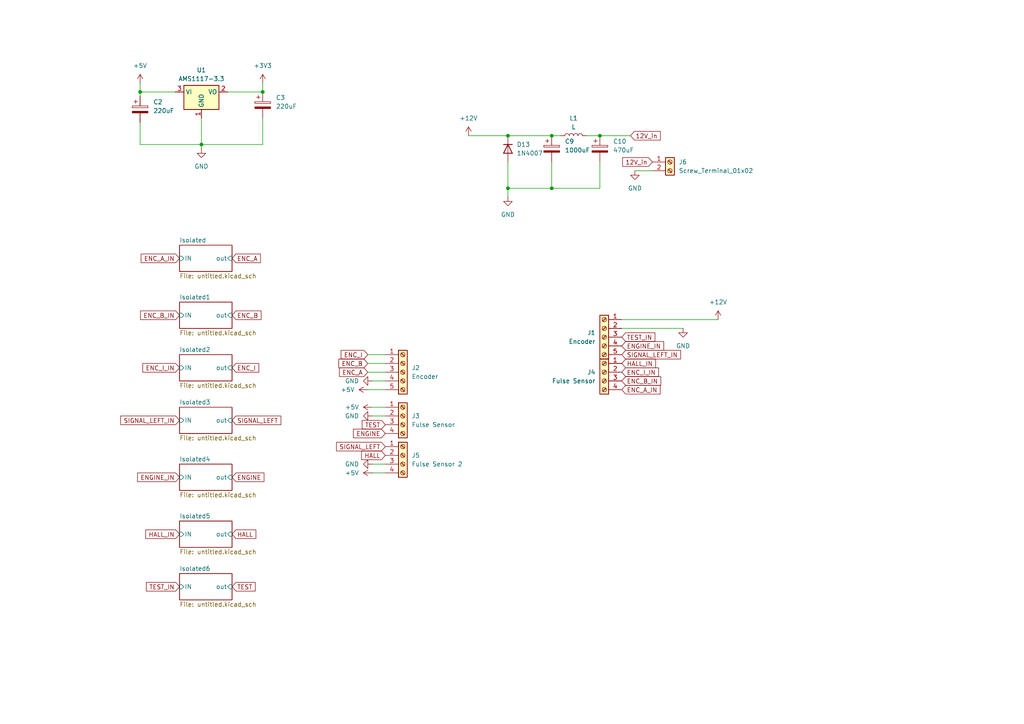
<source format=kicad_sch>
(kicad_sch (version 20250114) (generator "eeschema") (generator_version "9.0")
  (paper "A4")
  (lib_symbols
    (symbol "Connector:Screw_Terminal_01x02" (pin_names (offset 1.016) (hide yes))
      (property "Reference" "J" (at 0 2.54 0))
      (property "Value" "Screw_Terminal_01x02" (at 0 -5.08 0))
      (symbol "Screw_Terminal_01x02_1_1"
        (rectangle (start -1.27 1.27) (end 1.27 -3.81) (stroke (width 0.254)) (fill (type background)))
        (polyline (pts (xy -0.5334 0.3302) (xy 0.3302 -0.508)) (stroke (width 0.1524)))
        (polyline (pts (xy -0.5334 -2.2098) (xy 0.3302 -3.048)) (stroke (width 0.1524)))
        (polyline (pts (xy -0.3556 0.508) (xy 0.508 -0.3302)) (stroke (width 0.1524)))
        (polyline (pts (xy -0.3556 -2.032) (xy 0.508 -2.8702)) (stroke (width 0.1524)))
        (circle (center 0 0) (radius 0.635) (stroke (width 0.1524)))
        (circle (center 0 -2.54) (radius 0.635) (stroke (width 0.1524)))
        (pin passive line (at -5.08 0 0) (length 3.81) (name "Pin_1") (number "1"))
        (pin passive line (at -5.08 -2.54 0) (length 3.81) (name "Pin_2") (number "2"))
      )
    )
    (symbol "Connector:Screw_Terminal_01x04" (pin_names (offset 1.016) (hide yes))
      (property "Reference" "J" (at 0 5.08 0))
      (property "Value" "Screw_Terminal_01x04" (at 0 -7.62 0))
      (symbol "Screw_Terminal_01x04_1_1"
        (rectangle (start -1.27 3.81) (end 1.27 -6.35) (stroke (width 0.254)) (fill (type background)))
        (polyline (pts (xy -0.5334 2.8702) (xy 0.3302 2.032)) (stroke (width 0.1524)))
        (polyline (pts (xy -0.5334 0.3302) (xy 0.3302 -0.508)) (stroke (width 0.1524)))
        (polyline (pts (xy -0.5334 -2.2098) (xy 0.3302 -3.048)) (stroke (width 0.1524)))
        (polyline (pts (xy -0.5334 -4.7498) (xy 0.3302 -5.588)) (stroke (width 0.1524)))
        (polyline (pts (xy -0.3556 3.048) (xy 0.508 2.2098)) (stroke (width 0.1524)))
        (polyline (pts (xy -0.3556 0.508) (xy 0.508 -0.3302)) (stroke (width 0.1524)))
        (polyline (pts (xy -0.3556 -2.032) (xy 0.508 -2.8702)) (stroke (width 0.1524)))
        (polyline (pts (xy -0.3556 -4.572) (xy 0.508 -5.4102)) (stroke (width 0.1524)))
        (circle (center 0 2.54) (radius 0.635) (stroke (width 0.1524)))
        (circle (center 0 0) (radius 0.635) (stroke (width 0.1524)))
        (circle (center 0 -2.54) (radius 0.635) (stroke (width 0.1524)))
        (circle (center 0 -5.08) (radius 0.635) (stroke (width 0.1524)))
        (pin passive line (at -5.08 2.54 0) (length 3.81) (name "Pin_1") (number "1"))
        (pin passive line (at -5.08 0 0) (length 3.81) (name "Pin_2") (number "2"))
        (pin passive line (at -5.08 -2.54 0) (length 3.81) (name "Pin_3") (number "3"))
        (pin passive line (at -5.08 -5.08 0) (length 3.81) (name "Pin_4") (number "4"))
      )
    )
    (symbol "Connector:Screw_Terminal_01x05" (pin_names (offset 1.016) (hide yes))
      (property "Reference" "J" (at 0 7.62 0))
      (property "Value" "Screw_Terminal_01x05" (at 0 -7.62 0))
      (symbol "Screw_Terminal_01x05_1_1"
        (rectangle (start -1.27 6.35) (end 1.27 -6.35) (stroke (width 0.254)) (fill (type background)))
        (polyline (pts (xy -0.5334 5.4102) (xy 0.3302 4.572)) (stroke (width 0.1524)))
        (polyline (pts (xy -0.5334 2.8702) (xy 0.3302 2.032)) (stroke (width 0.1524)))
        (polyline (pts (xy -0.5334 0.3302) (xy 0.3302 -0.508)) (stroke (width 0.1524)))
        (polyline (pts (xy -0.5334 -2.2098) (xy 0.3302 -3.048)) (stroke (width 0.1524)))
        (polyline (pts (xy -0.5334 -4.7498) (xy 0.3302 -5.588)) (stroke (width 0.1524)))
        (polyline (pts (xy -0.3556 5.588) (xy 0.508 4.7498)) (stroke (width 0.1524)))
        (polyline (pts (xy -0.3556 3.048) (xy 0.508 2.2098)) (stroke (width 0.1524)))
        (polyline (pts (xy -0.3556 0.508) (xy 0.508 -0.3302)) (stroke (width 0.1524)))
        (polyline (pts (xy -0.3556 -2.032) (xy 0.508 -2.8702)) (stroke (width 0.1524)))
        (polyline (pts (xy -0.3556 -4.572) (xy 0.508 -5.4102)) (stroke (width 0.1524)))
        (circle (center 0 5.08) (radius 0.635) (stroke (width 0.1524)))
        (circle (center 0 2.54) (radius 0.635) (stroke (width 0.1524)))
        (circle (center 0 0) (radius 0.635) (stroke (width 0.1524)))
        (circle (center 0 -2.54) (radius 0.635) (stroke (width 0.1524)))
        (circle (center 0 -5.08) (radius 0.635) (stroke (width 0.1524)))
        (pin passive line (at -5.08 5.08 0) (length 3.81) (name "Pin_1") (number "1"))
        (pin passive line (at -5.08 2.54 0) (length 3.81) (name "Pin_2") (number "2"))
        (pin passive line (at -5.08 0 0) (length 3.81) (name "Pin_3") (number "3"))
        (pin passive line (at -5.08 -2.54 0) (length 3.81) (name "Pin_4") (number "4"))
        (pin passive line (at -5.08 -5.08 0) (length 3.81) (name "Pin_5") (number "5"))
      )
    )
    (symbol "Device:C_Polarized" (pin_numbers (hide yes)) (pin_names (offset 0.254))
      (property "Reference" "C" (at 0.635 2.54 0))
      (property "Value" "C_Polarized" (at 0.635 -2.54 0))
      (symbol "C_Polarized_0_1"
        (rectangle (start -2.286 0.508) (end 2.286 1.016))
        (polyline (pts (xy -1.778 2.286) (xy -0.762 2.286)))
        (polyline (pts (xy -1.27 2.794) (xy -1.27 1.778)))
        (rectangle (start 2.286 -0.508) (end -2.286 -1.016) (fill (type outline)))
      )
      (symbol "C_Polarized_1_1"
        (pin passive line (at 0 3.81 270) (length 2.794) (name "~") (number "1"))
        (pin passive line (at 0 -3.81 90) (length 2.794) (name "~") (number "2"))
      )
    )
    (symbol "Device:L" (pin_numbers (hide yes)) (pin_names (offset 1.016) (hide yes))
      (property "Reference" "L" (at -1.27 0 90))
      (property "Value" "L" (at 1.905 0 90))
      (symbol "L_0_1"
        (arc (start 0 2.54) (mid 0.6323 1.905) (end 0 1.27))
        (arc (start 0 1.27) (mid 0.6323 0.635) (end 0 0))
        (arc (start 0 0) (mid 0.6323 -0.635) (end 0 -1.27))
        (arc (start 0 -1.27) (mid 0.6323 -1.905) (end 0 -2.54))
      )
      (symbol "L_1_1"
        (pin passive line (at 0 3.81 270) (length 1.27) (name "1") (number "1"))
        (pin passive line (at 0 -3.81 90) (length 1.27) (name "2") (number "2"))
      )
    )
    (symbol "Diode:1N4007" (pin_numbers (hide yes)) (pin_names (hide yes))
      (property "Reference" "D" (at 0 2.54 0))
      (property "Value" "1N4007" (at 0 -2.54 0))
      (symbol "1N4007_0_1"
        (polyline (pts (xy -1.27 1.27) (xy -1.27 -1.27)) (stroke (width 0.254)))
        (polyline (pts (xy 1.27 1.27) (xy 1.27 -1.27) (xy -1.27 0) (xy 1.27 1.27)) (stroke (width 0.254)))
        (polyline (pts (xy 1.27 0) (xy -1.27 0)))
      )
      (symbol "1N4007_1_1"
        (pin passive line (at -3.81 0 0) (length 2.54) (name "K") (number "1"))
        (pin passive line (at 3.81 0 180) (length 2.54) (name "A") (number "2"))
      )
    )
    (symbol "Regulator_Linear:AMS1117-3.3"
      (property "Reference" "U" (at -3.81 3.175 0))
      (property "Value" "AMS1117-3.3" (at 0 3.175 0))
      (symbol "AMS1117-3.3_0_1"
        (rectangle (start -5.08 -5.08) (end 5.08 1.905) (stroke (width 0.254)) (fill (type background)))
      )
      (symbol "AMS1117-3.3_1_1"
        (pin power_in line (at -7.62 0 0) (length 2.54) (name "VI") (number "3"))
        (pin power_in line (at 0 -7.62 90) (length 2.54) (name "GND") (number "1"))
        (pin power_out line (at 7.62 0 180) (length 2.54) (name "VO") (number "2"))
      )
    )
    (symbol "power:+12V" (power) (pin_numbers (hide yes)) (pin_names (offset 0) (hide yes))
      (property "Value" "+12V" (at 0 3.556 0))
      (symbol "+12V_0_1"
        (polyline (pts (xy -0.762 1.27) (xy 0 2.54)))
        (polyline (pts (xy 0 2.54) (xy 0.762 1.27)))
        (polyline (pts (xy 0 0) (xy 0 2.54)))
      )
      (symbol "+12V_1_1"
        (pin power_in line (at 0 0 90) (length 0) (name "~") (number "1"))
      )
    )
    (symbol "power:+3V3" (power) (pin_numbers (hide yes)) (pin_names (offset 0) (hide yes))
      (property "Value" "+3V3" (at 0 3.556 0))
      (symbol "+3V3_0_1"
        (polyline (pts (xy -0.762 1.27) (xy 0 2.54)))
        (polyline (pts (xy 0 2.54) (xy 0.762 1.27)))
        (polyline (pts (xy 0 0) (xy 0 2.54)))
      )
      (symbol "+3V3_1_1"
        (pin power_in line (at 0 0 90) (length 0) (name "~") (number "1"))
      )
    )
    (symbol "power:+5V" (power) (pin_numbers (hide yes)) (pin_names (offset 0) (hide yes))
      (property "Value" "+5V" (at 0 3.556 0))
      (symbol "+5V_0_1"
        (polyline (pts (xy -0.762 1.27) (xy 0 2.54)))
        (polyline (pts (xy 0 2.54) (xy 0.762 1.27)))
        (polyline (pts (xy 0 0) (xy 0 2.54)))
      )
      (symbol "+5V_1_1"
        (pin power_in line (at 0 0 90) (length 0) (name "~") (number "1"))
      )
    )
    (symbol "power:GND" (power) (pin_numbers (hide yes)) (pin_names (offset 0) (hide yes))
      (property "Value" "GND" (at 0 -3.81 0))
      (symbol "GND_0_1"
        (polyline (pts (xy 0 0) (xy 0 -1.27) (xy 1.27 -1.27) (xy 0 -2.54) (xy -1.27 -1.27) (xy 0 -1.27)))
      )
      (symbol "GND_1_1"
        (pin power_in line (at 0 0 270) (length 0) (name "~") (number "1"))
      )
    )
  )
  (junction (at 40.64 26.67))
  (junction (at 147.32 54.61))
  (junction (at 58.42 41.91))
  (junction (at 160.02 39.37))
  (junction (at 160.02 54.61))
  (junction (at 147.32 39.37))
  (junction (at 173.99 39.37))
  (junction (at 76.2 26.67))
  (wire (pts (xy 107.95 137.16) (xy 111.76 137.16)))
  (wire (pts (xy 182.88 39.37) (xy 173.99 39.37)))
  (wire (pts (xy 173.99 46.99) (xy 173.99 54.61)))
  (wire (pts (xy 160.02 54.61) (xy 147.32 54.61)))
  (wire (pts (xy 147.32 57.15) (xy 147.32 54.61)))
  (wire (pts (xy 76.2 41.91) (xy 76.2 34.29)))
  (wire (pts (xy 147.32 39.37) (xy 160.02 39.37)))
  (wire (pts (xy 76.2 24.13) (xy 76.2 26.67)))
  (wire (pts (xy 173.99 54.61) (xy 160.02 54.61)))
  (wire (pts (xy 40.64 24.13) (xy 40.64 26.67)))
  (wire (pts (xy 106.68 105.41) (xy 111.76 105.41)))
  (wire (pts (xy 160.02 46.99) (xy 160.02 54.61)))
  (wire (pts (xy 58.42 34.29) (xy 58.42 41.91)))
  (wire (pts (xy 111.76 120.65) (xy 107.95 120.65)))
  (wire (pts (xy 76.2 26.67) (xy 66.04 26.67)))
  (wire (pts (xy 147.32 54.61) (xy 147.32 46.99)))
  (wire (pts (xy 162.56 39.37) (xy 160.02 39.37)))
  (wire (pts (xy 106.68 113.03) (xy 111.76 113.03)))
  (wire (pts (xy 135.89 39.37) (xy 147.32 39.37)))
  (wire (pts (xy 111.76 134.62) (xy 107.95 134.62)))
  (wire (pts (xy 170.18 39.37) (xy 173.99 39.37)))
  (wire (pts (xy 58.42 43.18) (xy 58.42 41.91)))
  (wire (pts (xy 58.42 41.91) (xy 40.64 41.91)))
  (wire (pts (xy 180.34 95.25) (xy 198.12 95.25)))
  (wire (pts (xy 111.76 110.49) (xy 107.95 110.49)))
  (wire (pts (xy 107.95 118.11) (xy 111.76 118.11)))
  (wire (pts (xy 106.68 107.95) (xy 111.76 107.95)))
  (wire (pts (xy 40.64 27.94) (xy 40.64 26.67)))
  (wire (pts (xy 180.34 92.71) (xy 208.28 92.71)))
  (wire (pts (xy 40.64 26.67) (xy 50.8 26.67)))
  (wire (pts (xy 58.42 41.91) (xy 76.2 41.91)))
  (wire (pts (xy 106.68 102.87) (xy 111.76 102.87)))
  (wire (pts (xy 184.15 49.53) (xy 189.23 49.53)))
  (wire (pts (xy 40.64 41.91) (xy 40.64 35.56)))
  (global_label "ENC_B" (shape input) (at 67.31 91.44 0) (property "Intersheetrefs" "${INTERSHEET_REFS}" (effects (hide yes))))
  (global_label "ENC_I_IN" (shape input) (at 52.07 106.68 180) (property "Intersheetrefs" "${INTERSHEET_REFS}" (effects (hide yes))))
  (global_label "HALL" (shape input) (at 67.31 154.94 0) (property "Intersheetrefs" "${INTERSHEET_REFS}" (effects (hide yes))))
  (global_label "ENC_A" (shape input) (at 106.68 107.95 180) (effects (font (thickness 0.1588))) (property "Intersheetrefs" "${INTERSHEET_REFS}" (effects (hide yes))))
  (global_label "ENGINE" (shape input) (at 111.76 125.73 180) (property "Intersheetrefs" "${INTERSHEET_REFS}" (effects (hide yes))))
  (global_label "ENC_A" (shape input) (at 67.31 74.93 0) (property "Intersheetrefs" "${INTERSHEET_REFS}" (effects (hide yes))))
  (global_label "ENC_B_IN" (shape input) (at 180.34 110.49 0) (property "Intersheetrefs" "${INTERSHEET_REFS}" (effects (hide yes))))
  (global_label "SIGNAL_LEFT" (shape input) (at 67.31 121.92 0) (property "Intersheetrefs" "${INTERSHEET_REFS}" (effects (hide yes))))
  (global_label "TEST_IN" (shape input) (at 180.34 97.79 0) (property "Intersheetrefs" "${INTERSHEET_REFS}" (effects (hide yes))))
  (global_label "HALL_IN" (shape input) (at 52.07 154.94 180) (property "Intersheetrefs" "${INTERSHEET_REFS}" (effects (hide yes))))
  (global_label "ENC_I" (shape input) (at 67.31 106.68 0) (property "Intersheetrefs" "${INTERSHEET_REFS}" (effects (hide yes))))
  (global_label "ENGINE_IN" (shape input) (at 52.07 138.43 180) (property "Intersheetrefs" "${INTERSHEET_REFS}" (effects (hide yes))))
  (global_label "ENC_B" (shape input) (at 106.68 105.41 180) (effects (font (thickness 0.1588))) (property "Intersheetrefs" "${INTERSHEET_REFS}" (effects (hide yes))))
  (global_label "TEST" (shape input) (at 111.76 123.19 180) (property "Intersheetrefs" "${INTERSHEET_REFS}" (effects (hide yes))))
  (global_label "12V_in" (shape input) (at 189.23 46.99 180) (property "Intersheetrefs" "${INTERSHEET_REFS}" (effects (hide yes))))
  (global_label "SIGNAL_LEFT_IN" (shape input) (at 180.34 102.87 0) (property "Intersheetrefs" "${INTERSHEET_REFS}" (effects (hide yes))))
  (global_label "ENC_A_IN" (shape input) (at 180.34 113.03 0) (property "Intersheetrefs" "${INTERSHEET_REFS}" (effects (hide yes))))
  (global_label "ENGINE" (shape input) (at 67.31 138.43 0) (property "Intersheetrefs" "${INTERSHEET_REFS}" (effects (hide yes))))
  (global_label "TEST_IN" (shape input) (at 52.07 170.18 180) (property "Intersheetrefs" "${INTERSHEET_REFS}" (effects (hide yes))))
  (global_label "ENC_B_IN" (shape input) (at 52.07 91.44 180) (property "Intersheetrefs" "${INTERSHEET_REFS}" (effects (hide yes))))
  (global_label "ENGINE_IN" (shape input) (at 180.34 100.33 0) (property "Intersheetrefs" "${INTERSHEET_REFS}" (effects (hide yes))))
  (global_label "SIGNAL_LEFT_IN" (shape input) (at 52.07 121.92 180) (property "Intersheetrefs" "${INTERSHEET_REFS}" (effects (hide yes))))
  (global_label "12V_in" (shape input) (at 182.88 39.37 0) (property "Intersheetrefs" "${INTERSHEET_REFS}" (effects (hide yes))))
  (global_label "SIGNAL_LEFT" (shape input) (at 111.76 129.54 180) (property "Intersheetrefs" "${INTERSHEET_REFS}" (effects (hide yes))))
  (global_label "ENC_I_IN" (shape input) (at 180.34 107.95 0) (property "Intersheetrefs" "${INTERSHEET_REFS}" (effects (hide yes))))
  (global_label "ENC_A_IN" (shape input) (at 52.07 74.93 180) (property "Intersheetrefs" "${INTERSHEET_REFS}" (effects (hide yes))))
  (global_label "HALL" (shape input) (at 111.76 132.08 180) (property "Intersheetrefs" "${INTERSHEET_REFS}" (effects (hide yes))))
  (global_label "TEST" (shape input) (at 67.31 170.18 0) (property "Intersheetrefs" "${INTERSHEET_REFS}" (effects (hide yes))))
  (global_label "HALL_IN" (shape input) (at 180.34 105.41 0) (property "Intersheetrefs" "${INTERSHEET_REFS}" (effects (hide yes))))
  (global_label "ENC_I" (shape input) (at 106.68 102.87 180) (effects (font (thickness 0.1588))) (property "Intersheetrefs" "${INTERSHEET_REFS}" (effects (hide yes))))
  (symbol (lib_id "power:GND") (at 107.95 134.62 270) (mirror x) (unit 1)
    (property "Reference" "#PWR030" (effects (hide yes)))
    (property "Value" "GND" (at 104.14 134.6201 90) (effects (justify right)))
    (property "Description" "Power symbol creates a global label with name \"GND\" , ground" (effects (hide yes)))
  )
  (symbol (lib_id "power:+5V") (at 106.68 113.03 90) (mirror x) (unit 1)
    (property "Reference" "#PWR027" (effects (hide yes)))
    (property "Value" "+5V" (at 102.87 113.0301 90) (effects (justify left)))
    (property "Description" "Power symbol creates a global label with name \"+5V\"" (effects (hide yes)))
  )
  (symbol (lib_id "Regulator_Linear:AMS1117-3.3") (at 58.42 26.67 0) (unit 1)
    (property "Reference" "U1" (at 58.42 20.32 0))
    (property "Value" "AMS1117-3.3" (at 58.42 22.86 0))
    (property "Footprint" "Package_TO_SOT_SMD:SOT-223-3_TabPin2" (effects (hide yes)))
    (property "Datasheet" "http://www.advanced-monolithic.com/pdf/ds1117.pdf" (effects (hide yes)))
    (property "Description" "1A Low Dropout regulator, positive, 3.3V fixed output, SOT-223" (effects (hide yes)))
  )
  (symbol (lib_id "power:GND") (at 184.15 49.53 0) (unit 1)
    (property "Reference" "#PWR023" (effects (hide yes)))
    (property "Value" "GND" (at 184.15 54.61 0))
    (property "Description" "Power symbol creates a global label with name \"GND\" , ground" (effects (hide yes)))
  )
  (symbol (lib_id "Device:L") (at 166.37 39.37 90) (unit 1)
    (property "Reference" "L1" (at 166.37 34.29 90))
    (property "Value" "L" (at 166.37 36.83 90))
    (property "Footprint" "Inductor_THT:L_Toroid_Vertical_L14.0mm_W5.6mm_P5.30mm_Bourns_5700" (effects (hide yes)))
    (property "Description" "Inductor" (effects (hide yes)))
  )
  (symbol (lib_id "Diode:1N4007") (at 147.32 43.18 270) (unit 1)
    (property "Reference" "D13" (at 149.86 41.9099 90) (effects (justify left)))
    (property "Value" "1N4007" (at 149.86 44.4499 90) (effects (justify left)))
    (property "Footprint" "Diode_THT:D_DO-41_SOD81_P10.16mm_Horizontal" (effects (hide yes)))
    (property "Datasheet" "http://www.vishay.com/docs/88503/1n4001.pdf" (effects (hide yes)))
    (property "Description" "1000V 1A General Purpose Rectifier Diode, DO-41" (effects (hide yes)))
    (property "Sim.Device" "D" (effects (hide yes)))
    (property "Sim.Pins" "1=K 2=A" (effects (hide yes)))
  )
  (symbol (lib_id "Device:C_Polarized") (at 173.99 43.18 0) (unit 1)
    (property "Reference" "C10" (at 177.8 41.0209 0) (effects (justify left)))
    (property "Value" "470uF" (at 177.8 43.5609 0) (effects (justify left)))
    (property "Footprint" "Capacitor_THT:CP_Radial_D8.0mm_P2.50mm" (effects (hide yes)))
    (property "Description" "Polarized capacitor" (effects (hide yes)))
  )
  (symbol (lib_id "power:+5V") (at 40.64 24.13 0) (unit 1)
    (property "Reference" "#PWR04" (effects (hide yes)))
    (property "Value" "+5V" (at 40.64 19.05 0))
    (property "Description" "Power symbol creates a global label with name \"+5V\"" (effects (hide yes)))
  )
  (symbol (lib_id "Device:C_Polarized") (at 40.64 31.75 0) (unit 1)
    (property "Reference" "C2" (at 44.45 29.5909 0) (effects (justify left)))
    (property "Value" "220uF" (at 44.45 32.1309 0) (effects (justify left)))
    (property "Footprint" "Capacitor_THT:CP_Radial_D6.3mm_P2.50mm" (effects (hide yes)))
    (property "Description" "Polarized capacitor" (effects (hide yes)))
  )
  (symbol (lib_id "Connector:Screw_Terminal_01x02") (at 194.31 46.99 0) (unit 1)
    (property "Reference" "J6" (at 196.85 46.9899 0) (effects (justify left)))
    (property "Value" "Screw_Terminal_01x02" (at 196.85 49.5299 0) (effects (justify left)))
    (property "Footprint" "TerminalBlock_Phoenix:TerminalBlock_Phoenix_MKDS-1,5-2-5.08_1x02_P5.08mm_Horizontal" (effects (hide yes)))
    (property "Description" "Generic screw terminal, single row, 01x02, script generated (kicad-library-utils/schlib/autogen/connector/)" (effects (hide yes)))
  )
  (symbol (lib_id "power:+5V") (at 107.95 137.16 90) (mirror x) (unit 1)
    (property "Reference" "#PWR029" (effects (hide yes)))
    (property "Value" "+5V" (at 104.14 137.1601 90) (effects (justify left)))
    (property "Description" "Power symbol creates a global label with name \"+5V\"" (effects (hide yes)))
  )
  (symbol (lib_id "Connector:Screw_Terminal_01x05") (at 175.26 97.79 0) (mirror y) (unit 1)
    (property "Reference" "J1" (at 172.72 96.5199 0) (effects (justify left)))
    (property "Value" "Encoder" (at 172.72 99.0599 0) (effects (justify left)))
    (property "Footprint" "TerminalBlock_Phoenix:TerminalBlock_Phoenix_MKDS-1,5-5-5.08_1x05_P5.08mm_Horizontal" (effects (hide yes)))
    (property "Description" "Generic screw terminal, single row, 01x05, script generated (kicad-library-utils/schlib/autogen/connector/)" (effects (hide yes)))
  )
  (symbol (lib_id "Connector:Screw_Terminal_01x05") (at 116.84 107.95 0) (unit 1)
    (property "Reference" "J2" (at 119.38 106.6799 0) (effects (justify left)))
    (property "Value" "Encoder" (at 119.38 109.2199 0) (effects (justify left)))
    (property "Footprint" "TerminalBlock_Phoenix:TerminalBlock_Phoenix_MKDS-1,5-5-5.08_1x05_P5.08mm_Horizontal" (effects (hide yes)))
    (property "Description" "Generic screw terminal, single row, 01x05, script generated (kicad-library-utils/schlib/autogen/connector/)" (effects (hide yes)))
  )
  (symbol (lib_id "Connector:Screw_Terminal_01x04") (at 175.26 107.95 0) (mirror y) (unit 1)
    (property "Reference" "J4" (at 172.72 107.9499 0) (effects (justify left)))
    (property "Value" "Fulse Sensor" (at 172.72 110.4899 0) (effects (justify left)))
    (property "Footprint" "TerminalBlock_Phoenix:TerminalBlock_Phoenix_MKDS-1,5-4_1x04_P5.00mm_Horizontal" (effects (hide yes)))
    (property "Description" "Generic screw terminal, single row, 01x04, script generated (kicad-library-utils/schlib/autogen/connector/)" (effects (hide yes)))
  )
  (symbol (lib_id "power:GND") (at 147.32 57.15 0) (unit 1)
    (property "Reference" "#PWR022" (effects (hide yes)))
    (property "Value" "GND" (at 147.32 62.23 0))
    (property "Description" "Power symbol creates a global label with name \"GND\" , ground" (effects (hide yes)))
  )
  (symbol (lib_id "power:+5V") (at 107.95 118.11 90) (unit 1)
    (property "Reference" "#PWR033" (effects (hide yes)))
    (property "Value" "+5V" (at 104.14 118.1099 90) (effects (justify left)))
    (property "Description" "Power symbol creates a global label with name \"+5V\"" (effects (hide yes)))
  )
  (symbol (lib_id "Connector:Screw_Terminal_01x04") (at 116.84 132.08 0) (unit 1)
    (property "Reference" "J5" (at 119.38 132.0799 0) (effects (justify left)))
    (property "Value" "Fulse Sensor 2" (at 119.38 134.6199 0) (effects (justify left)))
    (property "Footprint" "TerminalBlock_Phoenix:TerminalBlock_Phoenix_MKDS-1,5-4_1x04_P5.00mm_Horizontal" (effects (hide yes)))
    (property "Description" "Generic screw terminal, single row, 01x04, script generated (kicad-library-utils/schlib/autogen/connector/)" (effects (hide yes)))
  )
  (symbol (lib_id "power:+12V") (at 135.89 39.37 0) (unit 1)
    (property "Reference" "#PWR035" (effects (hide yes)))
    (property "Value" "+12V" (at 135.89 34.29 0))
    (property "Description" "Power symbol creates a global label with name \"+12V\"" (effects (hide yes)))
  )
  (symbol (lib_id "Device:C_Polarized") (at 76.2 30.48 0) (unit 1)
    (property "Reference" "C3" (at 80.01 28.3209 0) (effects (justify left)))
    (property "Value" "220uF" (at 80.01 30.8609 0) (effects (justify left)))
    (property "Footprint" "Capacitor_THT:CP_Radial_D6.3mm_P2.50mm" (effects (hide yes)))
    (property "Description" "Polarized capacitor" (effects (hide yes)))
  )
  (symbol (lib_id "power:GND") (at 107.95 110.49 270) (mirror x) (unit 1)
    (property "Reference" "#PWR028" (effects (hide yes)))
    (property "Value" "GND" (at 104.14 110.4901 90) (effects (justify right)))
    (property "Description" "Power symbol creates a global label with name \"GND\" , ground" (effects (hide yes)))
  )
  (symbol (lib_id "power:GND") (at 107.95 120.65 270) (unit 1)
    (property "Reference" "#PWR034" (effects (hide yes)))
    (property "Value" "GND" (at 104.14 120.6499 90) (effects (justify right)))
    (property "Description" "Power symbol creates a global label with name \"GND\" , ground" (effects (hide yes)))
  )
  (symbol (lib_id "power:+12V") (at 208.28 92.71 0) (unit 1)
    (property "Reference" "#PWR031" (effects (hide yes)))
    (property "Value" "+12V" (at 208.28 87.63 0))
    (property "Description" "Power symbol creates a global label with name \"+12V\"" (effects (hide yes)))
  )
  (symbol (lib_id "Device:C_Polarized") (at 160.02 43.18 0) (unit 1)
    (property "Reference" "C9" (at 163.83 41.0209 0) (effects (justify left)))
    (property "Value" "1000uF" (at 163.83 43.5609 0) (effects (justify left)))
    (property "Footprint" "Capacitor_THT:CP_Radial_D8.0mm_P2.50mm" (effects (hide yes)))
    (property "Description" "Polarized capacitor" (effects (hide yes)))
  )
  (symbol (lib_id "power:+3V3") (at 76.2 24.13 0) (unit 1)
    (property "Reference" "#PWR05" (effects (hide yes)))
    (property "Value" "+3V3" (at 76.2 19.05 0))
    (property "Description" "Power symbol creates a global label with name \"+3V3\"" (effects (hide yes)))
  )
  (symbol (lib_id "power:GND") (at 58.42 43.18 0) (unit 1)
    (property "Reference" "#PWR06" (effects (hide yes)))
    (property "Value" "GND" (at 58.42 48.26 0))
    (property "Description" "Power symbol creates a global label with name \"GND\" , ground" (effects (hide yes)))
  )
  (symbol (lib_id "Connector:Screw_Terminal_01x04") (at 116.84 120.65 0) (unit 1)
    (property "Reference" "J3" (at 119.38 120.6499 0) (effects (justify left)))
    (property "Value" "Fulse Sensor" (at 119.38 123.1899 0) (effects (justify left)))
    (property "Footprint" "TerminalBlock_Phoenix:TerminalBlock_Phoenix_MKDS-1,5-4_1x04_P5.00mm_Horizontal" (effects (hide yes)))
    (property "Description" "Generic screw terminal, single row, 01x04, script generated (kicad-library-utils/schlib/autogen/connector/)" (effects (hide yes)))
  )
  (symbol (lib_id "power:GND") (at 198.12 95.25 0) (mirror y) (unit 1)
    (property "Reference" "#PWR032" (effects (hide yes)))
    (property "Value" "GND" (at 198.12 100.33 0))
    (property "Description" "Power symbol creates a global label with name \"GND\" , ground" (effects (hide yes)))
  )
  (sheet (at 52.07 71.12) (size 15.24 7.62) (stroke (width 0.1524))
    (property "Sheetname" "Isolated" (at 52.07 70.4084 0) (effects (justify left bottom)))
    (property "Sheetfile" "untitled.kicad_sch" (at 52.07 79.3246 0) (effects (justify left top)))
    (pin "IN" input (at 52.07 74.93 180))
    (pin "out" input (at 67.31 74.93 0))
  )
  (sheet (at 52.07 166.37) (size 15.24 7.62) (stroke (width 0.1524))
    (property "Sheetname" "Isolated6" (at 52.07 165.6584 0) (effects (justify left bottom)))
    (property "Sheetfile" "untitled.kicad_sch" (at 52.07 174.5746 0) (effects (justify left top)))
    (pin "IN" input (at 52.07 170.18 180))
    (pin "out" input (at 67.31 170.18 0))
  )
  (sheet (at 52.07 102.87) (size 15.24 7.62) (stroke (width 0.1524))
    (property "Sheetname" "Isolated2" (at 52.07 102.1584 0) (effects (justify left bottom)))
    (property "Sheetfile" "untitled.kicad_sch" (at 52.07 111.0746 0) (effects (justify left top)))
    (pin "IN" input (at 52.07 106.68 180))
    (pin "out" input (at 67.31 106.68 0))
  )
  (sheet (at 52.07 87.63) (size 15.24 7.62) (stroke (width 0.1524))
    (property "Sheetname" "Isolated1" (at 52.07 86.9184 0) (effects (justify left bottom)))
    (property "Sheetfile" "untitled.kicad_sch" (at 52.07 95.8346 0) (effects (justify left top)))
    (pin "IN" input (at 52.07 91.44 180))
    (pin "out" input (at 67.31 91.44 0))
  )
  (sheet (at 52.07 118.11) (size 15.24 7.62) (stroke (width 0.1524))
    (property "Sheetname" "Isolated3" (at 52.07 117.3984 0) (effects (justify left bottom)))
    (property "Sheetfile" "untitled.kicad_sch" (at 52.07 126.3146 0) (effects (justify left top)))
    (pin "IN" input (at 52.07 121.92 180))
    (pin "out" input (at 67.31 121.92 0))
  )
  (sheet (at 52.07 151.13) (size 15.24 7.62) (stroke (width 0.1524))
    (property "Sheetname" "Isolated5" (at 52.07 150.4184 0) (effects (justify left bottom)))
    (property "Sheetfile" "untitled.kicad_sch" (at 52.07 159.3346 0) (effects (justify left top)))
    (pin "IN" input (at 52.07 154.94 180))
    (pin "out" input (at 67.31 154.94 0))
  )
  (sheet (at 52.07 134.62) (size 15.24 7.62) (stroke (width 0.1524))
    (property "Sheetname" "Isolated4" (at 52.07 133.9084 0) (effects (justify left bottom)))
    (property "Sheetfile" "untitled.kicad_sch" (at 52.07 142.8246 0) (effects (justify left top)))
    (pin "IN" input (at 52.07 138.43 180))
    (pin "out" input (at 67.31 138.43 0))
  )
)
</source>
